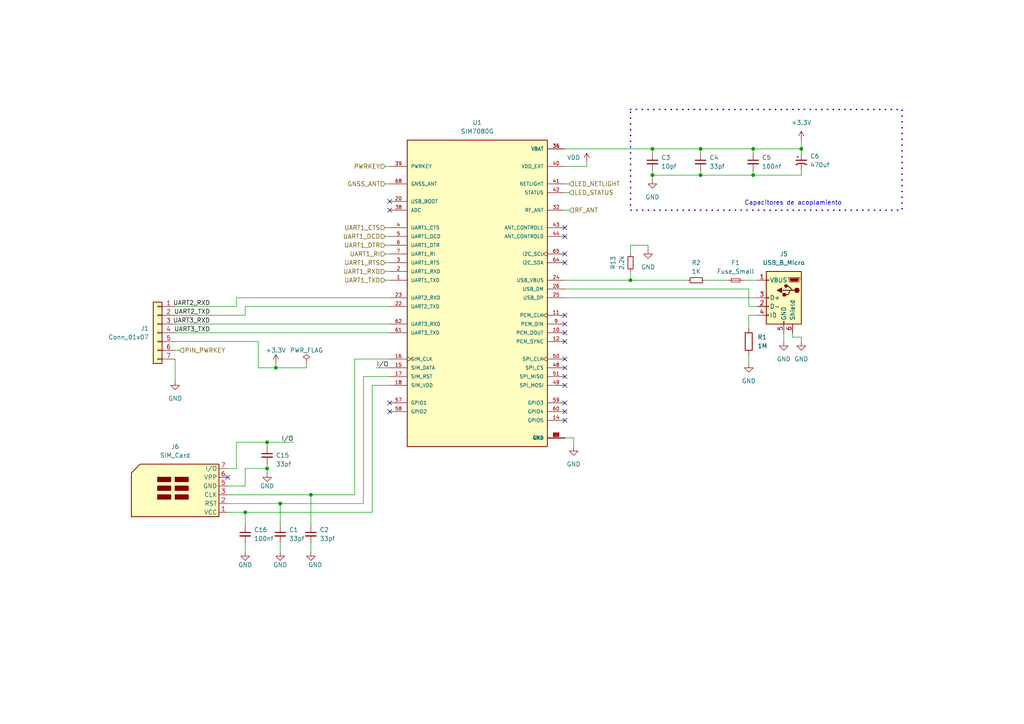
<source format=kicad_sch>
(kicad_sch (version 20230121) (generator eeschema)
  (paper "A4")
  (lib_symbols
    (symbol "Connector:SIM_Card"
      (property "Reference" "J" (at -2.54 12.7 0))
      (property "Value" "SIM_Card" (at -1.27 10.16 0))
      (symbol "SIM_Card_0_1"
        (rectangle (start -1.27 -2.54) (end 2.54 -1.27) (stroke (width 0.254)) (fill (type outline)))
        (rectangle (start -1.27 0) (end 2.54 1.27) (stroke (width 0.254)) (fill (type outline)))
        (rectangle (start -1.27 2.54) (end 2.54 3.81) (stroke (width 0.254)) (fill (type outline)))
        (polyline (pts (xy -10.16 8.89) (xy 15.24 8.89) (xy 15.24 -3.81) (xy 12.7 -6.35) (xy -10.16 -6.35) (xy -10.16 8.89)) (stroke (width 0.254)) (fill (type background)))
        (rectangle (start 3.81 -1.27) (end 7.62 -2.54) (stroke (width 0.254)) (fill (type outline)))
        (rectangle (start 3.81 0) (end 7.62 1.27) (stroke (width 0.254)) (fill (type outline)))
        (rectangle (start 3.81 2.54) (end 7.62 3.81) (stroke (width 0.254)) (fill (type outline)))
      )
      (symbol "SIM_Card_1_1"
        (pin power_in line (at -12.7 7.62 0) (length 2.54) (name "VCC") (number "1"))
        (pin input line (at -12.7 5.08 0) (length 2.54) (name "RST") (number "2"))
        (pin input line (at -12.7 2.54 0) (length 2.54) (name "CLK") (number "3"))
        (pin power_in line (at -12.7 0 0) (length 2.54) (name "GND") (number "5"))
        (pin input line (at -12.7 -2.54 0) (length 2.54) (name "VPP") (number "6"))
        (pin bidirectional line (at -12.7 -5.08 0) (length 2.54) (name "I/O") (number "7"))
      )
    )
    (symbol "Connector:USB_B_Micro" (pin_names (offset 1.016))
      (property "Reference" "J" (at -5.08 11.43 0))
      (property "Value" "USB_B_Micro" (at -5.08 8.89 0))
      (symbol "USB_B_Micro_0_1"
        (rectangle (start -5.08 -7.62) (end 5.08 7.62) (stroke (width 0.254)) (fill (type background)))
        (circle (center -3.81 2.159) (radius 0.635) (stroke (width 0.254)) (fill (type outline)))
        (circle (center -0.635 3.429) (radius 0.381) (stroke (width 0.254)) (fill (type outline)))
        (rectangle (start -0.127 -7.62) (end 0.127 -6.858))
        (polyline (pts (xy -1.905 2.159) (xy 0.635 2.159)) (stroke (width 0.254)))
        (polyline (pts (xy -3.175 2.159) (xy -2.54 2.159) (xy -1.27 3.429) (xy -0.635 3.429)) (stroke (width 0.254)))
        (polyline (pts (xy -2.54 2.159) (xy -1.905 2.159) (xy -1.27 0.889) (xy 0 0.889)) (stroke (width 0.254)))
        (polyline (pts (xy 0.635 2.794) (xy 0.635 1.524) (xy 1.905 2.159) (xy 0.635 2.794)) (stroke (width 0.254)) (fill (type outline)))
        (polyline (pts (xy -4.318 5.588) (xy -1.778 5.588) (xy -2.032 4.826) (xy -4.064 4.826) (xy -4.318 5.588)) (fill (type outline)))
        (polyline (pts (xy -4.699 5.842) (xy -4.699 5.588) (xy -4.445 4.826) (xy -4.445 4.572) (xy -1.651 4.572) (xy -1.651 4.826) (xy -1.397 5.588) (xy -1.397 5.842) (xy -4.699 5.842)))
        (rectangle (start 0.254 1.27) (end -0.508 0.508) (stroke (width 0.254)) (fill (type outline)))
        (rectangle (start 5.08 -5.207) (end 4.318 -4.953))
        (rectangle (start 5.08 -2.667) (end 4.318 -2.413))
        (rectangle (start 5.08 -0.127) (end 4.318 0.127))
        (rectangle (start 5.08 4.953) (end 4.318 5.207))
      )
      (symbol "USB_B_Micro_1_1"
        (pin power_out line (at 7.62 5.08 180) (length 2.54) (name "VBUS") (number "1"))
        (pin bidirectional line (at 7.62 -2.54 180) (length 2.54) (name "D-") (number "2"))
        (pin bidirectional line (at 7.62 0 180) (length 2.54) (name "D+") (number "3"))
        (pin passive line (at 7.62 -5.08 180) (length 2.54) (name "ID") (number "4"))
        (pin power_out line (at 0 -10.16 90) (length 2.54) (name "GND") (number "5"))
        (pin passive line (at -2.54 -10.16 90) (length 2.54) (name "Shield") (number "6"))
      )
    )
    (symbol "Connector_Generic:Conn_01x07" (pin_names (offset 1.016) hide)
      (property "Reference" "J" (at 0 10.16 0))
      (property "Value" "Conn_01x07" (at 0 -10.16 0))
      (symbol "Conn_01x07_1_1"
        (rectangle (start -1.27 -7.493) (end 0 -7.747) (stroke (width 0.1524)))
        (rectangle (start -1.27 -4.953) (end 0 -5.207) (stroke (width 0.1524)))
        (rectangle (start -1.27 -2.413) (end 0 -2.667) (stroke (width 0.1524)))
        (rectangle (start -1.27 0.127) (end 0 -0.127) (stroke (width 0.1524)))
        (rectangle (start -1.27 2.667) (end 0 2.413) (stroke (width 0.1524)))
        (rectangle (start -1.27 5.207) (end 0 4.953) (stroke (width 0.1524)))
        (rectangle (start -1.27 7.747) (end 0 7.493) (stroke (width 0.1524)))
        (rectangle (start -1.27 8.89) (end 1.27 -8.89) (stroke (width 0.254)) (fill (type background)))
        (pin passive line (at -5.08 7.62 0) (length 3.81) (name "Pin_1") (number "1"))
        (pin passive line (at -5.08 5.08 0) (length 3.81) (name "Pin_2") (number "2"))
        (pin passive line (at -5.08 2.54 0) (length 3.81) (name "Pin_3") (number "3"))
        (pin passive line (at -5.08 0 0) (length 3.81) (name "Pin_4") (number "4"))
        (pin passive line (at -5.08 -2.54 0) (length 3.81) (name "Pin_5") (number "5"))
        (pin passive line (at -5.08 -5.08 0) (length 3.81) (name "Pin_6") (number "6"))
        (pin passive line (at -5.08 -7.62 0) (length 3.81) (name "Pin_7") (number "7"))
      )
    )
    (symbol "Device:C_Polarized_Small_US" (pin_numbers hide) (pin_names (offset 0.254) hide)
      (property "Reference" "C" (at 0.254 1.778 0))
      (property "Value" "C_Polarized_Small_US" (at 0.254 -2.032 0))
      (symbol "C_Polarized_Small_US_0_1"
        (polyline (pts (xy -1.524 0.508) (xy 1.524 0.508)) (stroke (width 0.3048)))
        (polyline (pts (xy -1.27 1.524) (xy -0.762 1.524)))
        (polyline (pts (xy -1.016 1.27) (xy -1.016 1.778)))
        (arc (start 1.524 -0.762) (mid 0 -0.3734) (end -1.524 -0.762) (stroke (width 0.3048)))
      )
      (symbol "C_Polarized_Small_US_1_1"
        (pin passive line (at 0 2.54 270) (length 2.032) (name "~") (number "1"))
        (pin passive line (at 0 -2.54 90) (length 2.032) (name "~") (number "2"))
      )
    )
    (symbol "Device:C_Small" (pin_numbers hide) (pin_names (offset 0.254) hide)
      (property "Reference" "C" (at 0.254 1.778 0))
      (property "Value" "C_Small" (at 0.254 -2.032 0))
      (symbol "C_Small_0_1"
        (polyline (pts (xy -1.524 -0.508) (xy 1.524 -0.508)) (stroke (width 0.3302)))
        (polyline (pts (xy -1.524 0.508) (xy 1.524 0.508)) (stroke (width 0.3048)))
      )
      (symbol "C_Small_1_1"
        (pin passive line (at 0 2.54 270) (length 2.032) (name "~") (number "1"))
        (pin passive line (at 0 -2.54 90) (length 2.032) (name "~") (number "2"))
      )
    )
    (symbol "Device:Fuse_Small" (pin_numbers hide) (pin_names (offset 0.254) hide)
      (property "Reference" "F" (at 0 -1.524 0))
      (property "Value" "Fuse_Small" (at 0 1.524 0))
      (symbol "Fuse_Small_0_1"
        (rectangle (start -1.27 0.508) (end 1.27 -0.508))
        (polyline (pts (xy -1.27 0) (xy 1.27 0)))
      )
      (symbol "Fuse_Small_1_1"
        (pin passive line (at -2.54 0 0) (length 1.27) (name "~") (number "1"))
        (pin passive line (at 2.54 0 180) (length 1.27) (name "~") (number "2"))
      )
    )
    (symbol "Device:R" (pin_numbers hide) (pin_names (offset 0))
      (property "Reference" "R" (at 2.032 0 90))
      (property "Value" "R" (at 0 0 90))
      (symbol "R_0_1"
        (rectangle (start -1.016 -2.54) (end 1.016 2.54) (stroke (width 0.254)))
      )
      (symbol "R_1_1"
        (pin passive line (at 0 3.81 270) (length 1.27) (name "~") (number "1"))
        (pin passive line (at 0 -3.81 90) (length 1.27) (name "~") (number "2"))
      )
    )
    (symbol "Device:R_Small" (pin_numbers hide) (pin_names (offset 0.254) hide)
      (property "Reference" "R" (at 0.762 0.508 0))
      (property "Value" "R_Small" (at 0.762 -1.016 0))
      (symbol "R_Small_0_1"
        (rectangle (start -0.762 1.778) (end 0.762 -1.778) (stroke (width 0.2032)))
      )
      (symbol "R_Small_1_1"
        (pin passive line (at 0 2.54 270) (length 0.762) (name "~") (number "1"))
        (pin passive line (at 0 -2.54 90) (length 0.762) (name "~") (number "2"))
      )
    )
    (symbol "SIM7080G:SIM7080G" (pin_names (offset 1.016))
      (property "Reference" "U" (at -20.066 44.196 0))
      (property "Value" "SIM7080G" (at -20.066 -46.736 0))
      (symbol "SIM7080G_0_0"
        (rectangle (start -20.32 -45.72) (end 20.32 43.18) (stroke (width 0.254)) (fill (type background)))
        (pin output line (at -25.4 2.54 0) (length 5.08) (name "UART1_TXD") (number "1"))
        (pin output line (at 25.4 -12.7 180) (length 5.08) (name "PCM_DOUT") (number "10"))
        (pin output clock (at 25.4 -7.62 180) (length 5.08) (name "PCM_CLK") (number "11"))
        (pin output line (at 25.4 -15.24 180) (length 5.08) (name "PCM_SYNC") (number "12"))
        (pin power_in line (at 25.4 -43.18 180) (length 5.08) (name "GND") (number "13"))
        (pin bidirectional line (at 25.4 -38.1 180) (length 5.08) (name "GPIO5") (number "14"))
        (pin bidirectional line (at -25.4 -22.86 0) (length 5.08) (name "SIM_DATA") (number "15"))
        (pin output clock (at -25.4 -20.32 0) (length 5.08) (name "SIM_CLK") (number "16"))
        (pin output line (at -25.4 -25.4 0) (length 5.08) (name "SIM_RST") (number "17"))
        (pin output line (at -25.4 -27.94 0) (length 5.08) (name "SIM_VDD") (number "18"))
        (pin power_in line (at 25.4 -43.18 180) (length 5.08) (name "GND") (number "19"))
        (pin input line (at -25.4 5.08 0) (length 5.08) (name "UART1_RXD") (number "2"))
        (pin input line (at -25.4 25.4 0) (length 5.08) (name "USB_BOOT") (number "20"))
        (pin power_in line (at 25.4 -43.18 180) (length 5.08) (name "GND") (number "21"))
        (pin output line (at -25.4 -5.08 0) (length 5.08) (name "UART2_TXD") (number "22"))
        (pin input line (at -25.4 -2.54 0) (length 5.08) (name "UART2_RXD") (number "23"))
        (pin input line (at 25.4 2.54 180) (length 5.08) (name "USB_VBUS") (number "24"))
        (pin bidirectional line (at 25.4 -2.54 180) (length 5.08) (name "USB_DP") (number "25"))
        (pin bidirectional line (at 25.4 0 180) (length 5.08) (name "USB_DM") (number "26"))
        (pin power_in line (at 25.4 -43.18 180) (length 5.08) (name "GND") (number "27"))
        (pin input line (at -25.4 7.62 0) (length 5.08) (name "UART1_RTS") (number "3"))
        (pin power_in line (at 25.4 -43.18 180) (length 5.08) (name "GND") (number "30"))
        (pin power_in line (at 25.4 -43.18 180) (length 5.08) (name "GND") (number "31"))
        (pin bidirectional line (at 25.4 22.86 180) (length 5.08) (name "RF_ANT") (number "32"))
        (pin power_in line (at 25.4 -43.18 180) (length 5.08) (name "GND") (number "33"))
        (pin power_in line (at 25.4 40.64 180) (length 5.08) (name "VBAT") (number "34"))
        (pin power_in line (at 25.4 40.64 180) (length 5.08) (name "VBAT") (number "35"))
        (pin power_in line (at 25.4 -43.18 180) (length 5.08) (name "GND") (number "36"))
        (pin power_in line (at 25.4 -43.18 180) (length 5.08) (name "GND") (number "37"))
        (pin input line (at -25.4 22.86 0) (length 5.08) (name "ADC") (number "38"))
        (pin input line (at -25.4 35.56 0) (length 5.08) (name "PWRKEY") (number "39"))
        (pin output line (at -25.4 17.78 0) (length 5.08) (name "UART1_CTS") (number "4"))
        (pin output line (at 25.4 35.56 180) (length 5.08) (name "VDD_EXT") (number "40"))
        (pin output line (at 25.4 30.48 180) (length 5.08) (name "NETLIGHT") (number "41"))
        (pin output line (at 25.4 27.94 180) (length 5.08) (name "STATUS") (number "42"))
        (pin bidirectional line (at 25.4 17.78 180) (length 5.08) (name "ANT_CONTROL1") (number "43"))
        (pin output line (at 25.4 15.24 180) (length 5.08) (name "ANT_CONTROL0") (number "44"))
        (pin power_in line (at 25.4 -43.18 180) (length 5.08) (name "GND") (number "45"))
        (pin output line (at 25.4 -22.86 180) (length 5.08) (name "SPI_CS") (number "48"))
        (pin output line (at 25.4 -27.94 180) (length 5.08) (name "SPI_MOSI") (number "49"))
        (pin output line (at -25.4 15.24 0) (length 5.08) (name "UART1_DCD") (number "5"))
        (pin output clock (at 25.4 -20.32 180) (length 5.08) (name "SPI_CLK") (number "50"))
        (pin input line (at 25.4 -25.4 180) (length 5.08) (name "SPI_MISO") (number "51"))
        (pin bidirectional line (at -25.4 -33.02 0) (length 5.08) (name "GPIO1") (number "57"))
        (pin bidirectional line (at -25.4 -35.56 0) (length 5.08) (name "GPIO2") (number "58"))
        (pin bidirectional line (at 25.4 -33.02 180) (length 5.08) (name "GPIO3") (number "59"))
        (pin input line (at -25.4 12.7 0) (length 5.08) (name "UART1_DTR") (number "6"))
        (pin bidirectional line (at 25.4 -35.56 180) (length 5.08) (name "GPIO4") (number "60"))
        (pin output line (at -25.4 -12.7 0) (length 5.08) (name "UART3_TXD") (number "61"))
        (pin input line (at -25.4 -10.16 0) (length 5.08) (name "UART3_RXD") (number "62"))
        (pin power_in line (at 25.4 -43.18 180) (length 5.08) (name "GND") (number "63"))
        (pin bidirectional line (at 25.4 7.62 180) (length 5.08) (name "I2C_SDA") (number "64"))
        (pin output clock (at 25.4 10.16 180) (length 5.08) (name "I2C_SCL") (number "65"))
        (pin power_in line (at 25.4 -43.18 180) (length 5.08) (name "GND") (number "66"))
        (pin power_in line (at 25.4 -43.18 180) (length 5.08) (name "GND") (number "67"))
        (pin input line (at -25.4 30.48 0) (length 5.08) (name "GNSS_ANT") (number "68"))
        (pin power_in line (at 25.4 -43.18 180) (length 5.08) (name "GND") (number "69"))
        (pin output line (at -25.4 10.16 0) (length 5.08) (name "UART1_RI") (number "7"))
        (pin power_in line (at 25.4 -43.18 180) (length 5.08) (name "GND") (number "70"))
        (pin power_in line (at 25.4 -43.18 180) (length 5.08) (name "GND") (number "71"))
        (pin power_in line (at 25.4 -43.18 180) (length 5.08) (name "GND") (number "72"))
        (pin power_in line (at 25.4 -43.18 180) (length 5.08) (name "GND") (number "73"))
        (pin power_in line (at 25.4 -43.18 180) (length 5.08) (name "GND") (number "74"))
        (pin power_in line (at 25.4 -43.18 180) (length 5.08) (name "GND") (number "75"))
        (pin power_in line (at 25.4 -43.18 180) (length 5.08) (name "GND") (number "76"))
        (pin power_in line (at 25.4 -43.18 180) (length 5.08) (name "GND") (number "77"))
        (pin power_in line (at 25.4 -43.18 180) (length 5.08) (name "GND") (number "8"))
        (pin input line (at 25.4 -10.16 180) (length 5.08) (name "PCM_DIN") (number "9"))
      )
    )
    (symbol "power:+3.3V" (power) (pin_names (offset 0))
      (property "Value" "+3.3V" (at 0 3.556 0))
      (symbol "+3.3V_0_1"
        (polyline (pts (xy -0.762 1.27) (xy 0 2.54)))
        (polyline (pts (xy 0 0) (xy 0 2.54)))
        (polyline (pts (xy 0 2.54) (xy 0.762 1.27)))
      )
      (symbol "+3.3V_1_1"
        (pin power_in line (at 0 0 90) (length 0) hide (name "+3.3V") (number "1"))
      )
    )
    (symbol "power:GND" (power) (pin_names (offset 0))
      (property "Value" "GND" (at 0 -3.81 0))
      (symbol "GND_0_1"
        (polyline (pts (xy 0 0) (xy 0 -1.27) (xy 1.27 -1.27) (xy 0 -2.54) (xy -1.27 -1.27) (xy 0 -1.27)))
      )
      (symbol "GND_1_1"
        (pin power_in line (at 0 0 270) (length 0) hide (name "GND") (number "1"))
      )
    )
    (symbol "power:PWR_FLAG" (power) (pin_numbers hide) (pin_names (offset 0) hide)
      (property "Value" "PWR_FLAG" (at 0 3.81 0))
      (symbol "PWR_FLAG_0_0"
        (pin power_out line (at 0 0 90) (length 0) (name "pwr") (number "1"))
      )
      (symbol "PWR_FLAG_0_1"
        (polyline (pts (xy 0 0) (xy 0 1.27) (xy -1.016 1.905) (xy 0 2.54) (xy 1.016 1.905) (xy 0 1.27)))
      )
    )
    (symbol "power:VDD" (power) (pin_names (offset 0))
      (property "Value" "VDD" (at 0 3.81 0))
      (symbol "VDD_0_1"
        (polyline (pts (xy -0.762 1.27) (xy 0 2.54)))
        (polyline (pts (xy 0 0) (xy 0 2.54)))
        (polyline (pts (xy 0 2.54) (xy 0.762 1.27)))
      )
      (symbol "VDD_1_1"
        (pin power_in line (at 0 0 90) (length 0) hide (name "VDD") (number "1"))
      )
    )
  )
  (junction (at 189.23 43.18))
  (junction (at 218.44 50.8))
  (junction (at 77.47 135.89))
  (junction (at 203.2 43.18))
  (junction (at 71.12 148.59))
  (junction (at 182.88 81.28))
  (junction (at 189.23 50.8))
  (junction (at 232.41 43.18))
  (junction (at 90.17 143.51))
  (junction (at 80.01 106.68))
  (junction (at 218.44 43.18))
  (junction (at 81.28 146.05))
  (junction (at 77.47 128.27))
  (junction (at 203.2 50.8))
  (no_connect (at 163.83 106.68))
  (no_connect (at 113.03 60.96))
  (no_connect (at 66.04 138.43))
  (no_connect (at 163.83 91.44))
  (no_connect (at 163.83 68.58))
  (no_connect (at 163.83 104.14))
  (no_connect (at 113.03 119.38))
  (no_connect (at 163.83 116.84))
  (no_connect (at 163.83 96.52))
  (no_connect (at 163.83 76.2))
  (no_connect (at 163.83 73.66))
  (no_connect (at 113.03 116.84))
  (no_connect (at 163.83 93.98))
  (no_connect (at 163.83 119.38))
  (no_connect (at 163.83 66.04))
  (no_connect (at 163.83 99.06))
  (no_connect (at 163.83 109.22))
  (no_connect (at 163.83 121.92))
  (no_connect (at 113.03 58.42))
  (no_connect (at 163.83 111.76))
  (wire (pts (xy 68.58 128.27) (xy 68.58 135.89)))
  (wire (pts (xy 71.12 157.48) (xy 71.12 160.02)))
  (wire (pts (xy 107.95 111.76) (xy 113.03 111.76)))
  (wire (pts (xy 217.17 102.87) (xy 217.17 105.41)))
  (wire (pts (xy 102.87 104.14) (xy 113.03 104.14)))
  (wire (pts (xy 111.76 73.66) (xy 113.03 73.66)))
  (wire (pts (xy 111.76 78.74) (xy 113.03 78.74)))
  (wire (pts (xy 182.88 81.28) (xy 199.39 81.28)))
  (wire (pts (xy 219.71 91.44) (xy 217.17 91.44)))
  (wire (pts (xy 74.93 106.68) (xy 80.01 106.68)))
  (wire (pts (xy 50.8 88.9) (xy 68.58 88.9)))
  (wire (pts (xy 88.9 105.41) (xy 88.9 106.68)))
  (wire (pts (xy 90.17 143.51) (xy 102.87 143.51)))
  (wire (pts (xy 203.2 50.8) (xy 218.44 50.8)))
  (wire (pts (xy 105.41 146.05) (xy 81.28 146.05)))
  (wire (pts (xy 77.47 129.54) (xy 77.47 128.27)))
  (wire (pts (xy 227.33 96.52) (xy 227.33 99.06)))
  (wire (pts (xy 68.58 86.36) (xy 113.03 86.36)))
  (wire (pts (xy 163.83 48.26) (xy 170.18 48.26)))
  (wire (pts (xy 218.44 50.8) (xy 232.41 50.8)))
  (wire (pts (xy 81.28 146.05) (xy 81.28 152.4)))
  (wire (pts (xy 189.23 50.8) (xy 203.2 50.8)))
  (wire (pts (xy 229.87 97.79) (xy 232.41 97.79)))
  (wire (pts (xy 71.12 135.89) (xy 77.47 135.89)))
  (wire (pts (xy 80.01 106.68) (xy 88.9 106.68)))
  (wire (pts (xy 71.12 148.59) (xy 107.95 148.59)))
  (wire (pts (xy 218.44 43.18) (xy 203.2 43.18)))
  (wire (pts (xy 50.8 96.52) (xy 113.03 96.52)))
  (wire (pts (xy 203.2 50.8) (xy 203.2 49.53)))
  (wire (pts (xy 204.47 81.28) (xy 210.82 81.28)))
  (wire (pts (xy 50.8 93.98) (xy 113.03 93.98)))
  (wire (pts (xy 187.96 71.12) (xy 187.96 72.39)))
  (wire (pts (xy 77.47 134.62) (xy 77.47 135.89)))
  (wire (pts (xy 189.23 50.8) (xy 189.23 52.07)))
  (wire (pts (xy 203.2 43.18) (xy 203.2 44.45)))
  (wire (pts (xy 50.8 91.44) (xy 71.12 91.44)))
  (wire (pts (xy 165.1 53.34) (xy 163.83 53.34)))
  (wire (pts (xy 105.41 109.22) (xy 113.03 109.22)))
  (wire (pts (xy 182.88 78.74) (xy 182.88 81.28)))
  (wire (pts (xy 111.76 71.12) (xy 113.03 71.12)))
  (wire (pts (xy 166.37 127) (xy 166.37 129.54)))
  (wire (pts (xy 217.17 91.44) (xy 217.17 95.25)))
  (wire (pts (xy 111.76 81.28) (xy 113.03 81.28)))
  (wire (pts (xy 105.41 109.22) (xy 105.41 146.05)))
  (wire (pts (xy 68.58 128.27) (xy 77.47 128.27)))
  (wire (pts (xy 111.76 48.26) (xy 113.03 48.26)))
  (wire (pts (xy 229.87 96.52) (xy 229.87 97.79)))
  (wire (pts (xy 111.76 53.34) (xy 113.03 53.34)))
  (wire (pts (xy 50.8 99.06) (xy 74.93 99.06)))
  (wire (pts (xy 163.83 43.18) (xy 189.23 43.18)))
  (wire (pts (xy 66.04 143.51) (xy 90.17 143.51)))
  (wire (pts (xy 90.17 143.51) (xy 90.17 152.4)))
  (wire (pts (xy 74.93 99.06) (xy 74.93 106.68)))
  (wire (pts (xy 71.12 88.9) (xy 71.12 91.44)))
  (wire (pts (xy 71.12 88.9) (xy 113.03 88.9)))
  (wire (pts (xy 232.41 49.53) (xy 232.41 50.8)))
  (wire (pts (xy 111.76 76.2) (xy 113.03 76.2)))
  (wire (pts (xy 111.76 66.04) (xy 113.03 66.04)))
  (wire (pts (xy 107.95 148.59) (xy 107.95 111.76)))
  (wire (pts (xy 66.04 140.97) (xy 71.12 140.97)))
  (wire (pts (xy 232.41 44.45) (xy 232.41 43.18)))
  (wire (pts (xy 163.83 127) (xy 166.37 127)))
  (wire (pts (xy 217.17 88.9) (xy 219.71 88.9)))
  (wire (pts (xy 182.88 71.12) (xy 187.96 71.12)))
  (wire (pts (xy 163.83 81.28) (xy 182.88 81.28)))
  (wire (pts (xy 81.28 157.48) (xy 81.28 160.02)))
  (wire (pts (xy 68.58 135.89) (xy 66.04 135.89)))
  (wire (pts (xy 218.44 43.18) (xy 232.41 43.18)))
  (wire (pts (xy 163.83 83.82) (xy 217.17 83.82)))
  (wire (pts (xy 232.41 97.79) (xy 232.41 99.06)))
  (wire (pts (xy 66.04 148.59) (xy 71.12 148.59)))
  (wire (pts (xy 182.88 73.66) (xy 182.88 71.12)))
  (wire (pts (xy 170.18 48.26) (xy 170.18 46.99)))
  (wire (pts (xy 189.23 49.53) (xy 189.23 50.8)))
  (wire (pts (xy 189.23 44.45) (xy 189.23 43.18)))
  (wire (pts (xy 68.58 86.36) (xy 68.58 88.9)))
  (wire (pts (xy 189.23 43.18) (xy 203.2 43.18)))
  (wire (pts (xy 109.22 106.68) (xy 113.03 106.68)))
  (wire (pts (xy 71.12 148.59) (xy 71.12 152.4)))
  (wire (pts (xy 165.1 55.88) (xy 163.83 55.88)))
  (wire (pts (xy 218.44 49.53) (xy 218.44 50.8)))
  (wire (pts (xy 66.04 146.05) (xy 81.28 146.05)))
  (wire (pts (xy 111.76 68.58) (xy 113.03 68.58)))
  (wire (pts (xy 165.1 60.96) (xy 163.83 60.96)))
  (wire (pts (xy 90.17 157.48) (xy 90.17 160.02)))
  (wire (pts (xy 71.12 140.97) (xy 71.12 135.89)))
  (wire (pts (xy 217.17 83.82) (xy 217.17 88.9)))
  (wire (pts (xy 80.01 106.68) (xy 80.01 105.41)))
  (wire (pts (xy 77.47 128.27) (xy 85.09 128.27)))
  (wire (pts (xy 218.44 44.45) (xy 218.44 43.18)))
  (wire (pts (xy 163.83 86.36) (xy 219.71 86.36)))
  (wire (pts (xy 219.71 81.28) (xy 215.9 81.28)))
  (wire (pts (xy 232.41 40.64) (xy 232.41 43.18)))
  (wire (pts (xy 77.47 137.16) (xy 77.47 135.89)))
  (wire (pts (xy 102.87 143.51) (xy 102.87 104.14)))
  (wire (pts (xy 52.07 101.6) (xy 50.8 101.6)))
  (wire (pts (xy 50.8 104.14) (xy 50.8 110.49)))
  (rectangle (start 182.88 31.75) (end 261.62 60.96) (stroke (width 0.4) (type dot)))
  (text "Capacitores de acoplamiento" (at 215.9 59.69 0) (effects (font (size 1.27 1.27)) (justify left bottom)))
  (label "UART2_TXD" (at 60.96 91.44 180))
  (label "UART3_RXD" (at 60.96 93.98 180))
  (label "I{slash}O" (at 109.22 106.68 0))
  (label "UART3_TXD" (at 60.96 96.52 180))
  (label "UART2_RXD" (at 60.96 88.9 180))
  (label "I{slash}O" (at 85.09 128.27 180))
  (hierarchical_label "LED_NETLIGHT" (shape input) (at 165.1 53.34 0))
  (hierarchical_label "UART1_RI" (shape input) (at 111.76 73.66 180))
  (hierarchical_label "UART1_DTR" (shape input) (at 111.76 71.12 180))
  (hierarchical_label "UART1_DCD" (shape input) (at 111.76 68.58 180))
  (hierarchical_label "LED_STATUS" (shape input) (at 165.1 55.88 0))
  (hierarchical_label "UART1_CTS" (shape input) (at 111.76 66.04 180))
  (hierarchical_label "UART1_RTS" (shape input) (at 111.76 76.2 180))
  (hierarchical_label "PIN_PWRKEY" (shape input) (at 52.07 101.6 0))
  (hierarchical_label "PWRKEY" (shape input) (at 111.76 48.26 180))
  (hierarchical_label "RF_ANT" (shape input) (at 165.1 60.96 0))
  (hierarchical_label "GNSS_ANT" (shape input) (at 111.76 53.34 180))
  (hierarchical_label "UART1_TXD" (shape input) (at 111.76 81.28 180))
  (hierarchical_label "UART1_RXD" (shape input) (at 111.76 78.74 180))
  (symbol (lib_id "power:GND") (at 232.41 99.06 0) (unit 1)
    (property "Reference" "#PWR014" (effects hide))
    (property "Value" "GND" (at 232.41 104.14 0))
  )
  (symbol (lib_id "power:VDD") (at 170.18 46.99 0) (unit 1)
    (property "Reference" "#PWR02" (effects hide))
    (property "Value" "VDD" (at 166.37 45.72 0))
    (instances (project "modulo_sim7080G" (path "" (reference "#PWR02") (unit 1)) (path "" (reference "#PWR04") (unit 1))))
  )
  (symbol (lib_id "power:GND") (at 227.33 99.06 0) (unit 1)
    (property "Reference" "#PWR02" (effects hide))
    (property "Value" "GND" (at 227.33 104.14 0))
  )
  (symbol (lib_id "Device:R_Small") (at 201.93 81.28 90) (unit 1)
    (property "Reference" "R2" (at 201.93 76.2 90))
    (property "Value" "1K" (at 201.93 78.74 90))
    (property "Footprint" "Resistor_SMD:R_0402_1005Metric" (effects hide))
  )
  (symbol (lib_id "Connector:SIM_Card") (at 53.34 140.97 180) (unit 1)
    (property "Reference" "J6" (at 50.8 129.54 0))
    (property "Value" "SIM_Card" (at 50.8 132.08 0))
    (property "Datasheet" " ~" (effects hide))
  )
  (symbol (lib_id "Device:C_Small") (at 77.47 132.08 0) (unit 1)
    (property "Reference" "C15" (at 80.01 132.08 0) (effects (justify left)))
    (property "Value" "33pf" (at 80.01 134.62 0) (effects (justify left)))
    (property "Footprint" "Capacitor_SMD:C_0402_1005Metric" (effects hide))
  )
  (symbol (lib_id "power:GND") (at 77.47 137.16 0) (unit 1)
    (property "Reference" "#PWR023" (effects hide))
    (property "Value" "GND" (at 77.47 140.97 0))
  )
  (symbol (lib_id "power:GND") (at 71.12 160.02 0) (unit 1)
    (property "Reference" "#PWR028" (effects hide))
    (property "Value" "GND" (at 71.12 163.83 0))
  )
  (symbol (lib_id "Device:C_Small") (at 218.44 46.99 0) (unit 1)
    (property "Reference" "C5" (at 220.98 45.7262 0) (effects (justify left)))
    (property "Value" "100nf" (at 220.98 48.2662 0) (effects (justify left)))
    (property "Footprint" "Capacitor_SMD:C_0402_1005Metric" (effects hide))
  )
  (symbol (lib_id "Device:C_Small") (at 71.12 154.94 0) (unit 1)
    (property "Reference" "C16" (at 73.66 153.6763 0) (effects (justify left)))
    (property "Value" "100nf" (at 73.66 156.2163 0) (effects (justify left)))
    (property "Footprint" "Capacitor_SMD:C_0402_1005Metric" (effects hide))
  )
  (symbol (lib_id "power:+3.3V") (at 80.01 105.41 0) (mirror y) (unit 1)
    (property "Reference" "#PWR0107" (effects hide))
    (property "Value" "+3.3V" (at 80.01 101.6 0))
    (instances (project "modulo_sim7080G" (path "" (reference "#PWR0107") (unit 1)) (path "" (reference "#PWR09") (unit 1))))
  )
  (symbol (lib_id "power:GND") (at 187.96 72.39 0) (unit 1)
    (property "Reference" "#PWR011" (effects hide))
    (property "Value" "GND" (at 187.96 77.47 0))
  )
  (symbol (lib_id "Device:C_Small") (at 189.23 46.99 0) (unit 1)
    (property "Reference" "C3" (at 191.77 45.7262 0) (effects (justify left)))
    (property "Value" "10pf" (at 191.77 48.26 0) (effects (justify left)))
    (property "Footprint" "Capacitor_SMD:C_0805_2012Metric" (effects hide))
  )
  (symbol (lib_id "power:GND") (at 81.28 160.02 0) (unit 1)
    (property "Reference" "#PWR022" (effects hide))
    (property "Value" "GND" (at 81.28 163.83 0))
  )
  (symbol (lib_id "Device:C_Small") (at 81.28 154.94 0) (unit 1)
    (property "Reference" "C1" (at 83.82 153.6763 0) (effects (justify left)))
    (property "Value" "33pf" (at 83.82 156.2163 0) (effects (justify left)))
    (property "Footprint" "Capacitor_SMD:C_0402_1005Metric" (effects hide))
  )
  (symbol (lib_id "power:GND") (at 50.8 110.49 0) (mirror y) (unit 1)
    (property "Reference" "#PWR0106" (effects hide))
    (property "Value" "GND" (at 50.8 115.57 0))
    (instances (project "modulo_sim7080G" (path "" (reference "#PWR0106") (unit 1)) (path "" (reference "#PWR025") (unit 1))))
  )
  (symbol (lib_id "SIM7080G:SIM7080G") (at 138.43 83.82 0) (unit 1)
    (property "Reference" "U1" (at 138.43 35.56 0))
    (property "Value" "SIM7080G" (at 138.43 38.1 0))
    (property "Footprint" "SIM7080G:XCVR_SIM7080G" (effects hide))
    (property "PARTREV" "1.04" (effects hide))
    (property "STANDARD" "Manufacturer Recommendation" (effects hide))
    (property "MAXIMUM_PACKAGE_HEIGHT" "2.6 mm" (effects hide))
    (property "MANUFACTURER" "SIMCOM" (effects hide))
  )
  (symbol (lib_id "power:GND") (at 166.37 129.54 0) (unit 1)
    (property "Reference" "#PWR01" (effects hide))
    (property "Value" "GND" (at 166.37 134.62 0))
    (instances (project "modulo_sim7080G" (path "" (reference "#PWR01") (unit 1)) (path "" (reference "#PWR03") (unit 1))))
  )
  (symbol (lib_id "power:GND") (at 217.17 105.41 0) (unit 1)
    (property "Reference" "#PWR01" (effects hide))
    (property "Value" "GND" (at 217.17 110.49 0))
  )
  (symbol (lib_id "Connector:USB_B_Micro") (at 227.33 86.36 0) (mirror y) (unit 1)
    (property "Reference" "J5" (at 227.33 73.66 0))
    (property "Value" "USB_B_Micro" (at 227.33 76.2 0))
    (property "Footprint" "Connector_USB:USB_Micro-B_Molex_47346-0001" (effects hide))
  )
  (symbol (lib_id "power:+3.3V") (at 232.41 40.64 0) (unit 1)
    (property "Reference" "#PWR0104" (effects hide))
    (property "Value" "+3.3V" (at 232.41 35.56 0))
    (instances (project "modulo_sim7080G" (path "" (reference "#PWR0104") (unit 1)) (path "" (reference "#PWR08") (unit 1))))
  )
  (symbol (lib_id "Device:R_Small") (at 182.88 76.2 0) (mirror y) (unit 1)
    (property "Reference" "R13" (at 177.8 76.2 90))
    (property "Value" "2.2k" (at 180.34 76.2 90))
    (property "Footprint" "Resistor_SMD:R_0402_1005Metric" (effects hide))
  )
  (symbol (lib_id "Device:R") (at 217.17 99.06 0) (unit 1)
    (property "Reference" "R1" (at 219.71 97.79 0) (effects (justify left)))
    (property "Value" "1M" (at 219.71 100.33 0) (effects (justify left)))
    (property "Footprint" "Resistor_SMD:R_0402_1005Metric" (effects hide))
  )
  (symbol (lib_id "Device:Fuse_Small") (at 213.36 81.28 0) (mirror y) (unit 1)
    (property "Reference" "F1" (at 213.36 76.2 0))
    (property "Value" "Fuse_Small" (at 213.36 78.74 0))
    (property "Footprint" "Fuse:Fuse_0402_1005Metric" (effects hide))
  )
  (symbol (lib_id "power:GND") (at 189.23 52.07 0) (unit 1)
    (property "Reference" "#PWR011" (effects hide))
    (property "Value" "GND" (at 189.23 57.15 0))
    (instances (project "modulo_sim7080G" (path "" (reference "#PWR011") (unit 1)) (path "" (reference "#PWR05") (unit 1))))
  )
  (symbol (lib_id "Connector_Generic:Conn_01x07") (at 45.72 96.52 0) (mirror y) (unit 1)
    (property "Reference" "J1" (at 43.18 95.2499 0) (effects (justify left)))
    (property "Value" "Conn_01x07" (at 43.18 97.7899 0) (effects (justify left)))
    (property "Footprint" "Connector_PinHeader_2.54mm:PinHeader_1x07_P2.54mm_Vertical" (effects hide))
  )
  (symbol (lib_id "Device:C_Small") (at 203.2 46.99 0) (unit 1)
    (property "Reference" "C4" (at 205.74 45.7262 0) (effects (justify left)))
    (property "Value" "33pf" (at 205.74 48.2662 0) (effects (justify left)))
    (property "Footprint" "Capacitor_SMD:C_0402_1005Metric" (effects hide))
  )
  (symbol (lib_id "Device:C_Polarized_Small_US") (at 232.41 46.99 0) (unit 1)
    (property "Reference" "C6" (at 234.95 45.2881 0) (effects (justify left)))
    (property "Value" "470uf" (at 234.95 47.8281 0) (effects (justify left)))
    (property "Footprint" "Capacitor_Tantalum_SMD:CP_EIA-2012-12_Kemet-R" (effects hide))
  )
  (symbol (lib_id "power:GND") (at 90.17 160.02 0) (unit 1)
    (property "Reference" "#PWR024" (effects hide))
    (property "Value" "GND" (at 91.44 163.83 0))
  )
  (symbol (lib_id "power:PWR_FLAG") (at 88.9 105.41 0) (mirror y) (unit 1)
    (property "Reference" "#FLG0102" (effects hide))
    (property "Value" "PWR_FLAG" (at 88.9 101.6 0))
    (instances (project "modulo_sim7080G" (path "" (reference "#FLG0102") (unit 1)) (path "" (reference "#FLG01") (unit 1))))
  )
  (symbol (lib_id "Device:C_Small") (at 90.17 154.94 0) (unit 1)
    (property "Reference" "C2" (at 92.71 153.6763 0) (effects (justify left)))
    (property "Value" "33pf" (at 92.71 156.2163 0) (effects (justify left)))
    (property "Footprint" "Capacitor_SMD:C_0402_1005Metric" (effects hide))
  )
)
</source>
